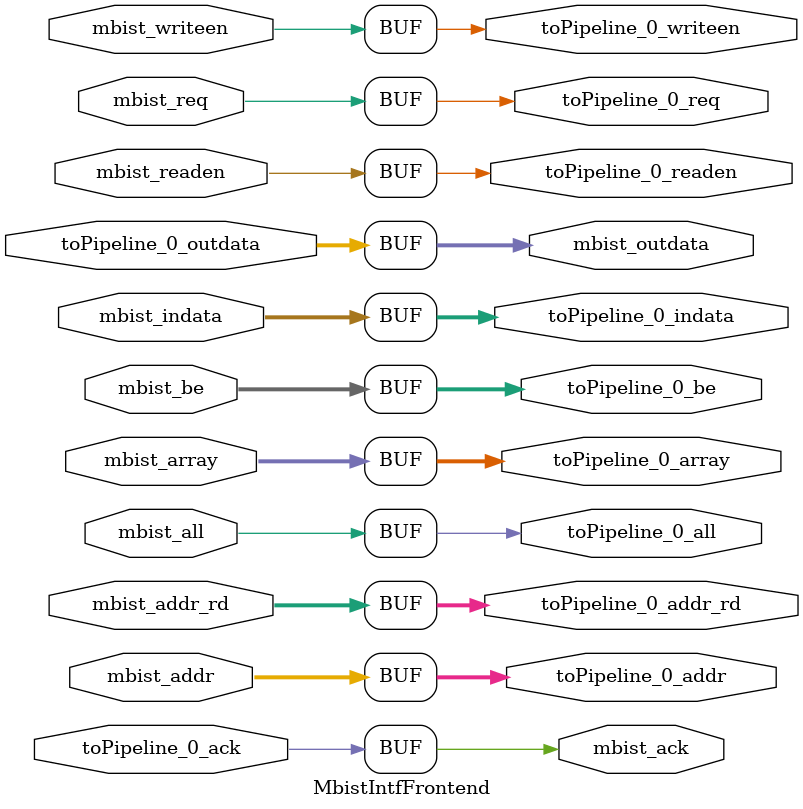
<source format=sv>
`ifndef RANDOMIZE
  `ifdef RANDOMIZE_MEM_INIT
    `define RANDOMIZE
  `endif // RANDOMIZE_MEM_INIT
`endif // not def RANDOMIZE
`ifndef RANDOMIZE
  `ifdef RANDOMIZE_REG_INIT
    `define RANDOMIZE
  `endif // RANDOMIZE_REG_INIT
`endif // not def RANDOMIZE

`ifndef RANDOM
  `define RANDOM $random
`endif // not def RANDOM

// Users can define INIT_RANDOM as general code that gets injected into the
// initializer block for modules with registers.
`ifndef INIT_RANDOM
  `define INIT_RANDOM
`endif // not def INIT_RANDOM

// If using random initialization, you can also define RANDOMIZE_DELAY to
// customize the delay used, otherwise 0.002 is used.
`ifndef RANDOMIZE_DELAY
  `define RANDOMIZE_DELAY 0.002
`endif // not def RANDOMIZE_DELAY

// Define INIT_RANDOM_PROLOG_ for use in our modules below.
`ifndef INIT_RANDOM_PROLOG_
  `ifdef RANDOMIZE
    `ifdef VERILATOR
      `define INIT_RANDOM_PROLOG_ `INIT_RANDOM
    `else  // VERILATOR
      `define INIT_RANDOM_PROLOG_ `INIT_RANDOM #`RANDOMIZE_DELAY begin end
    `endif // VERILATOR
  `else  // RANDOMIZE
    `define INIT_RANDOM_PROLOG_
  `endif // RANDOMIZE
`endif // not def INIT_RANDOM_PROLOG_

// Include register initializers in init blocks unless synthesis is set
`ifndef SYNTHESIS
  `ifndef ENABLE_INITIAL_REG_
    `define ENABLE_INITIAL_REG_
  `endif // not def ENABLE_INITIAL_REG_
`endif // not def SYNTHESIS

// Include rmemory initializers in init blocks unless synthesis is set
`ifndef SYNTHESIS
  `ifndef ENABLE_INITIAL_MEM_
    `define ENABLE_INITIAL_MEM_
  `endif // not def ENABLE_INITIAL_MEM_
`endif // not def SYNTHESIS

module MbistIntfFrontend(
  output [6:0]   toPipeline_0_array,
  output         toPipeline_0_all,
  output         toPipeline_0_req,
  input          toPipeline_0_ack,
  output         toPipeline_0_writeen,
  output [75:0]  toPipeline_0_be,
  output [9:0]   toPipeline_0_addr,
  output [159:0] toPipeline_0_indata,
  output         toPipeline_0_readen,
  output [9:0]   toPipeline_0_addr_rd,
  input  [159:0] toPipeline_0_outdata,
  input  [6:0]   mbist_array,
  input          mbist_all,
  input          mbist_req,
  output         mbist_ack,
  input          mbist_writeen,
  input  [75:0]  mbist_be,
  input  [9:0]   mbist_addr,
  input  [159:0] mbist_indata,
  input          mbist_readen,
  input  [9:0]   mbist_addr_rd,
  output [159:0] mbist_outdata
);

  assign toPipeline_0_array = mbist_array;
  assign toPipeline_0_all = mbist_all;
  assign toPipeline_0_req = mbist_req;
  assign toPipeline_0_writeen = mbist_writeen;
  assign toPipeline_0_be = mbist_be;
  assign toPipeline_0_addr = mbist_addr;
  assign toPipeline_0_indata = mbist_indata;
  assign toPipeline_0_readen = mbist_readen;
  assign toPipeline_0_addr_rd = mbist_addr_rd;
  assign mbist_ack = toPipeline_0_ack;
  assign mbist_outdata = toPipeline_0_outdata;
endmodule


</source>
